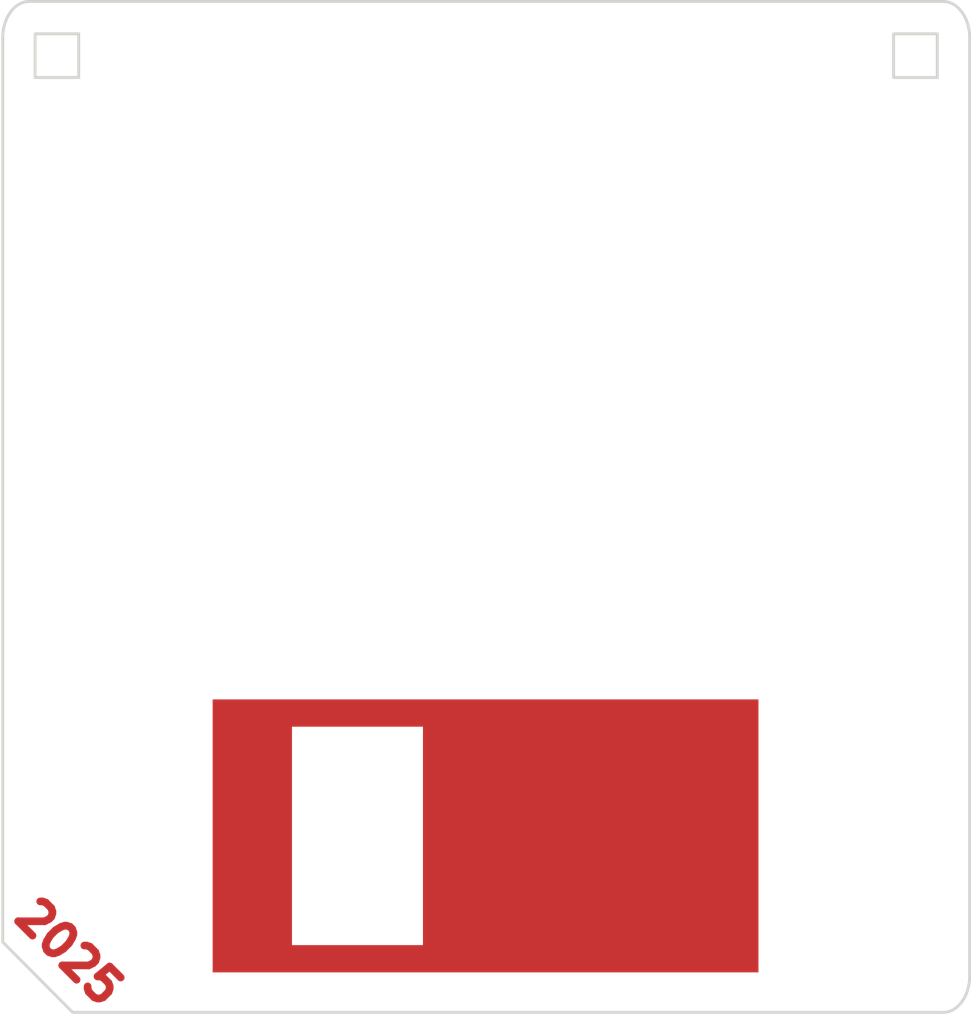
<source format=kicad_pcb>
(kicad_pcb (version 20241229) (generator "pcbnew") (generator_version "9.0")
  (layers (0 "F.Cu" signal) (2 "B.Cu" signal) (13 "F.Paste" user) (15 "B.Paste" user) (5 "F.SilkS" user "F.Silkscreen") (7 "B.SilkS" user "B.Silkscreen") (1 "F.Mask" user) (3 "B.Mask" user) (25 "Edge.Cuts" user))
  (net 0 "")
  (footprint "ozsec-2025:Floppy_Slide_Cu" (layer "F.Cu") (at 147.02032 113.77416)
    (property "Reference" "REF**" (hide yes))
    (property "Value" "Floppy_Slide_Cu" (hide yes))
    (fp_poly (pts (xy 24.210023 25.000015) (xy -25.790023 25.000015) (xy -25.790023 22.499924) (xy -18.523284 22.499924) (xy -6.522987 22.499924) (xy -6.522987 2.500107) (xy -18.523284 2.500107) (xy -18.523284 22.499924) (xy -25.790023 22.499924) (xy -25.790023 0) (xy 24.210023 0)) (stroke (width -0.000001)) (fill yes) (layer "F.Cu"))
  )
  (footprint "ozsec-2025:Floppy_Outline_Edge" (layer "F.Cu") (at 102 84.25)
    (property "Reference" "REF**" (hide yes))
    (property "Value" "Floppy_Outline_Edge" (hide yes))
    (fp_poly (pts (xy 6.963013 -27.426652) (xy 2.963013 -27.426652) (xy 2.963013 -31.426652) (xy 6.963013 -31.426652)) (stroke (width 0.264583) (color 0 0 85 1)) (fill no) (layer "Edge.Cuts"))
    (fp_poly (pts (xy 85.610119 -27.425866) (xy 81.610126 -27.425866) (xy 81.610126 -31.425862) (xy 85.610119 -31.425862)) (stroke (width 0.264583) (color 0 0 85 1)) (fill no) (layer "Edge.Cuts"))
    (fp_poly (pts (xy 2.425972 -34.39) (xy 86.152378 -34.39) (xy 86.277218 -34.385664) (xy 86.400419 -34.372795) (xy 86.521828 -34.351603) (xy 86.641294 -34.322298) (xy 86.758664 -34.285087) (xy 86.873786 -34.240182) (xy 86.986506 -34.187791) (xy 87.096673 -34.128124) (xy 87.204134 -34.061389) (xy 87.308738 -33.987797) (xy 87.41033 -33.907557) (xy 87.508759 -33.820879) (xy 87.603873 -33.72797) (xy 87.695519 -33.629042) (xy 87.783544 -33.524303) (xy 87.867797 -33.413963) (xy 87.948124 -33.29823) (xy 88.024374 -33.177316) (xy 88.096393 -33.051428) (xy 88.16403 -32.920776) (xy 88.227132 -32.785571) (xy 88.285547 -32.646019) (xy 88.339122 -32.502333) (xy 88.387704 -32.35472) (xy 88.431142 -32.20339) (xy 88.469283 -32.048553) (xy 88.501974 -31.890418) (xy 88.529063 -31.729194) (xy 88.550397 -31.565091) (xy 88.565825 -31.398318) (xy 88.575193 -31.229084) (xy 88.57835 -31.057599) (xy 88.57835 54.855941) (xy 88.565825 55.19666) (xy 88.529063 55.527537) (xy 88.469283 55.846896) (xy 88.387704 56.153063) (xy 88.285547 56.444362) (xy 88.16403 56.719119) (xy 88.024374 56.975658) (xy 87.867797 57.212304) (xy 87.695519 57.427383) (xy 87.603873 57.526311) (xy 87.508759 57.619219) (xy 87.41033 57.705898) (xy 87.308738 57.786137) (xy 87.204134 57.859729) (xy 87.096673 57.926463) (xy 86.986506 57.98613) (xy 86.873786 58.038521) (xy 86.758664 58.083426) (xy 86.641294 58.120636) (xy 86.521828 58.149942) (xy 86.400419 58.171134) (xy 86.277218 58.184002) (xy 86.152378 58.188338) (xy 6.411289 58.188338) (xy 0 51.75) (xy 0 -31.057607) (xy 0.012525 -31.398325) (xy 0.049287 -31.729201) (xy 0.109067 -32.048559) (xy 0.190645 -32.354726) (xy 0.292802 -32.646025) (xy 0.414318 -32.920781) (xy 0.553974 -33.17732) (xy 0.71055 -33.413967) (xy 0.882828 -33.629046) (xy 0.974474 -33.727974) (xy 1.069587 -33.820883) (xy 1.168017 -33.907561) (xy 1.269609 -33.987801) (xy 1.374212 -34.061393) (xy 1.481674 -34.128128) (xy 1.591841 -34.187795) (xy 1.704562 -34.240186) (xy 1.819683 -34.285091) (xy 1.937054 -34.322301) (xy 2.05652 -34.351607) (xy 2.17793 -34.372799) (xy 2.301132 -34.385668) (xy 2.425972 -34.390004)) (stroke (width 0.264583) (color 0 0 85 1)) (fill no) (layer "Edge.Cuts"))
  )
  (gr_text "2025" (at 102.5 133.75 315) (layer "F.Cu") (effects (font (size 3 3) (thickness 0.7) (bold yes)) (justify left bottom)))
)
</source>
